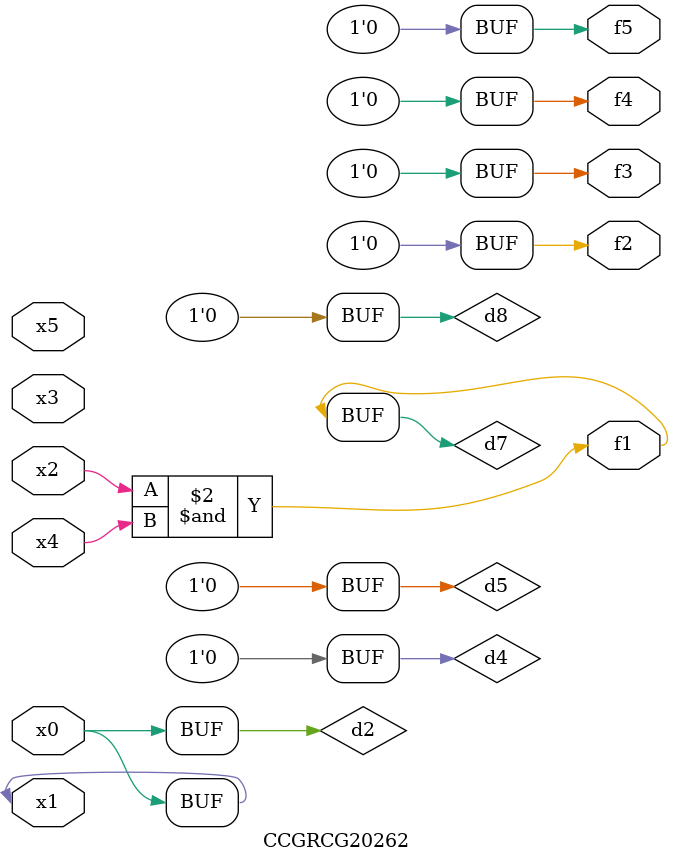
<source format=v>
module CCGRCG20262(
	input x0, x1, x2, x3, x4, x5,
	output f1, f2, f3, f4, f5
);

	wire d1, d2, d3, d4, d5, d6, d7, d8, d9;

	nand (d1, x1);
	buf (d2, x0, x1);
	nand (d3, x2, x4);
	and (d4, d1, d2);
	and (d5, d1, d2);
	nand (d6, d1, d3);
	not (d7, d3);
	xor (d8, d5);
	nor (d9, d5, d6);
	assign f1 = d7;
	assign f2 = d8;
	assign f3 = d8;
	assign f4 = d8;
	assign f5 = d8;
endmodule

</source>
